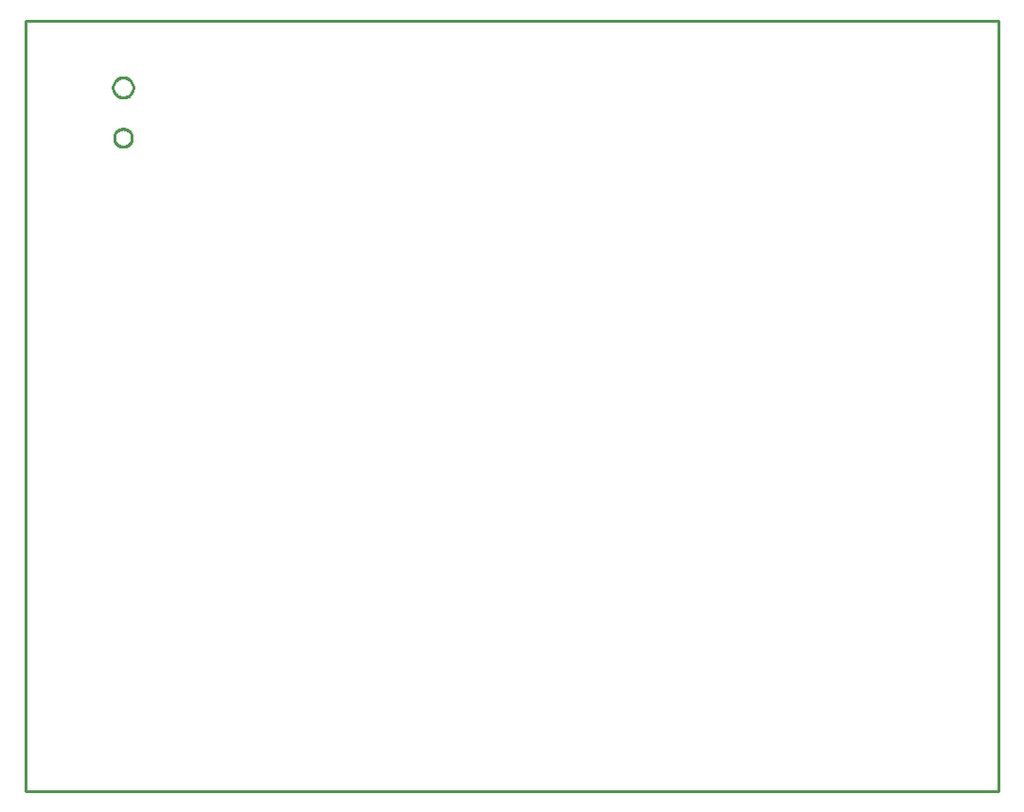
<source format=gko>
G04 EAGLE Gerber RS-274X export*
G75*
%MOMM*%
%FSLAX34Y34*%
%LPD*%
%IN*%
%IPPOS*%
%AMOC8*
5,1,8,0,0,1.08239X$1,22.5*%
G01*
%ADD10C,0.254000*%


D10*
X0Y0D02*
X870000Y0D01*
X870000Y690000D01*
X0Y690000D01*
X0Y0D01*
X87393Y593300D02*
X88175Y593223D01*
X88946Y593070D01*
X89698Y592841D01*
X90425Y592541D01*
X91118Y592170D01*
X91771Y591733D01*
X92379Y591235D01*
X92935Y590679D01*
X93433Y590071D01*
X93870Y589418D01*
X94241Y588725D01*
X94541Y587998D01*
X94770Y587246D01*
X94923Y586475D01*
X95000Y585693D01*
X95000Y584907D01*
X94923Y584125D01*
X94770Y583354D01*
X94541Y582602D01*
X94241Y581875D01*
X93870Y581182D01*
X93433Y580529D01*
X92935Y579921D01*
X92379Y579365D01*
X91771Y578867D01*
X91118Y578430D01*
X90425Y578059D01*
X89698Y577759D01*
X88946Y577530D01*
X88175Y577377D01*
X87393Y577300D01*
X86607Y577300D01*
X85825Y577377D01*
X85054Y577530D01*
X84302Y577759D01*
X83575Y578059D01*
X82882Y578430D01*
X82229Y578867D01*
X81621Y579365D01*
X81065Y579921D01*
X80567Y580529D01*
X80130Y581182D01*
X79759Y581875D01*
X79459Y582602D01*
X79230Y583354D01*
X79077Y584125D01*
X79000Y584907D01*
X79000Y585693D01*
X79077Y586475D01*
X79230Y587246D01*
X79459Y587998D01*
X79759Y588725D01*
X80130Y589418D01*
X80567Y590071D01*
X81065Y590679D01*
X81621Y591235D01*
X82229Y591733D01*
X82882Y592170D01*
X83575Y592541D01*
X84302Y592841D01*
X85054Y593070D01*
X85825Y593223D01*
X86607Y593300D01*
X87393Y593300D01*
X87393Y639300D02*
X88176Y639232D01*
X88950Y639095D01*
X89709Y638892D01*
X90447Y638623D01*
X91160Y638291D01*
X91840Y637898D01*
X92484Y637447D01*
X93086Y636942D01*
X93642Y636386D01*
X94147Y635784D01*
X94598Y635140D01*
X94991Y634460D01*
X95323Y633747D01*
X95592Y633009D01*
X95795Y632250D01*
X95932Y631476D01*
X96000Y630693D01*
X96000Y629907D01*
X95932Y629124D01*
X95795Y628350D01*
X95592Y627591D01*
X95323Y626853D01*
X94991Y626140D01*
X94598Y625460D01*
X94147Y624816D01*
X93642Y624214D01*
X93086Y623658D01*
X92484Y623153D01*
X91840Y622702D01*
X91160Y622309D01*
X90447Y621977D01*
X89709Y621708D01*
X88950Y621505D01*
X88176Y621369D01*
X87393Y621300D01*
X86607Y621300D01*
X85824Y621369D01*
X85050Y621505D01*
X84291Y621708D01*
X83553Y621977D01*
X82840Y622309D01*
X82160Y622702D01*
X81516Y623153D01*
X80914Y623658D01*
X80358Y624214D01*
X79853Y624816D01*
X79402Y625460D01*
X79009Y626140D01*
X78677Y626853D01*
X78408Y627591D01*
X78205Y628350D01*
X78069Y629124D01*
X78000Y629907D01*
X78000Y630693D01*
X78069Y631476D01*
X78205Y632250D01*
X78408Y633009D01*
X78677Y633747D01*
X79009Y634460D01*
X79402Y635140D01*
X79853Y635784D01*
X80358Y636386D01*
X80914Y636942D01*
X81516Y637447D01*
X82160Y637898D01*
X82840Y638291D01*
X83553Y638623D01*
X84291Y638892D01*
X85050Y639095D01*
X85824Y639232D01*
X86607Y639300D01*
X87393Y639300D01*
M02*

</source>
